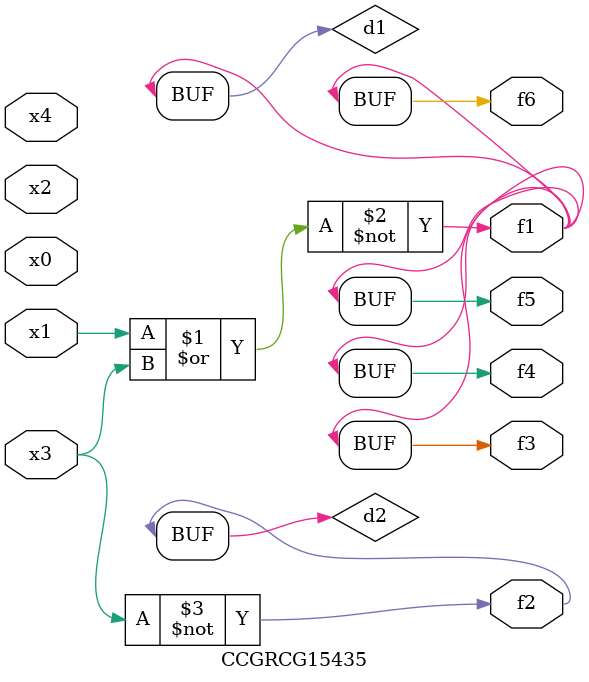
<source format=v>
module CCGRCG15435(
	input x0, x1, x2, x3, x4,
	output f1, f2, f3, f4, f5, f6
);

	wire d1, d2;

	nor (d1, x1, x3);
	not (d2, x3);
	assign f1 = d1;
	assign f2 = d2;
	assign f3 = d1;
	assign f4 = d1;
	assign f5 = d1;
	assign f6 = d1;
endmodule

</source>
